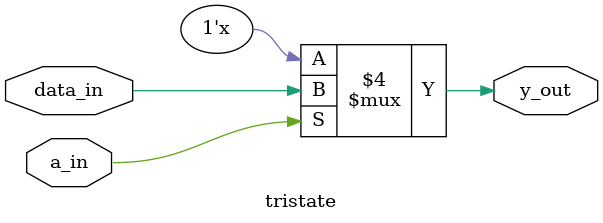
<source format=v>
`timescale 1ns / 1ps


module tristate(
    input data_in,
    input a_in,
    output reg y_out);
        always@*
        begin
        if(!a_in)
        y_out='bz;
        else
        y_out=data_in;
        end
endmodule

</source>
